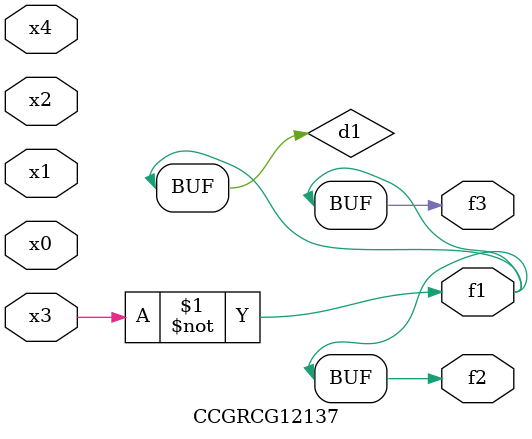
<source format=v>
module CCGRCG12137(
	input x0, x1, x2, x3, x4,
	output f1, f2, f3
);

	wire d1, d2;

	xnor (d1, x3);
	not (d2, x1);
	assign f1 = d1;
	assign f2 = d1;
	assign f3 = d1;
endmodule

</source>
